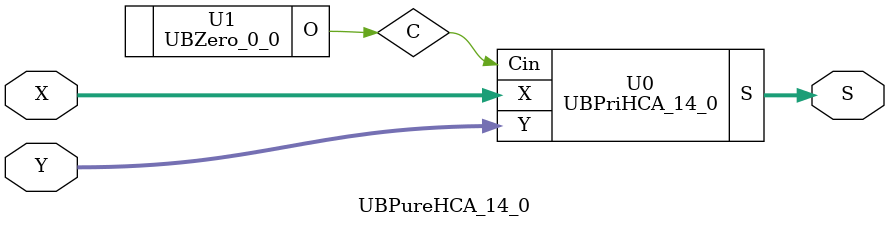
<source format=v>
/*----------------------------------------------------------------------------
  Copyright (c) 2021 Homma laboratory. All rights reserved.

  Top module: UBHCA_14_0_11_0

  Operand-1 length: 15
  Operand-2 length: 12
  Two-operand addition algorithm: Han-Carlson adder
----------------------------------------------------------------------------*/

module UB1DCON_0(O, I);
  output O;
  input I;
  assign O = I;
endmodule

module UB1DCON_1(O, I);
  output O;
  input I;
  assign O = I;
endmodule

module UB1DCON_2(O, I);
  output O;
  input I;
  assign O = I;
endmodule

module UB1DCON_3(O, I);
  output O;
  input I;
  assign O = I;
endmodule

module UB1DCON_4(O, I);
  output O;
  input I;
  assign O = I;
endmodule

module UB1DCON_5(O, I);
  output O;
  input I;
  assign O = I;
endmodule

module UB1DCON_6(O, I);
  output O;
  input I;
  assign O = I;
endmodule

module UB1DCON_7(O, I);
  output O;
  input I;
  assign O = I;
endmodule

module UB1DCON_8(O, I);
  output O;
  input I;
  assign O = I;
endmodule

module UB1DCON_9(O, I);
  output O;
  input I;
  assign O = I;
endmodule

module UB1DCON_10(O, I);
  output O;
  input I;
  assign O = I;
endmodule

module UB1DCON_11(O, I);
  output O;
  input I;
  assign O = I;
endmodule

module UBZero_14_12(O);
  output [14:12] O;
  assign O[12] = 0;
  assign O[13] = 0;
  assign O[14] = 0;
endmodule

module GPGenerator(Go, Po, A, B);
  output Go;
  output Po;
  input A;
  input B;
  assign Go = A & B;
  assign Po = A ^ B;
endmodule

module CarryOperator(Go, Po, Gi1, Pi1, Gi2, Pi2);
  output Go;
  output Po;
  input Gi1;
  input Gi2;
  input Pi1;
  input Pi2;
  assign Go = Gi1 | ( Gi2 & Pi1 );
  assign Po = Pi1 & Pi2;
endmodule

module UBPriHCA_14_0(S, X, Y, Cin);
  output [15:0] S;
  input Cin;
  input [14:0] X;
  input [14:0] Y;
  wire [14:0] G0;
  wire [14:0] G1;
  wire [14:0] G2;
  wire [14:0] G3;
  wire [14:0] G4;
  wire [14:0] G5;
  wire [14:0] P0;
  wire [14:0] P1;
  wire [14:0] P2;
  wire [14:0] P3;
  wire [14:0] P4;
  wire [14:0] P5;
  assign P1[0] = P0[0];
  assign G1[0] = G0[0];
  assign P1[2] = P0[2];
  assign G1[2] = G0[2];
  assign P1[4] = P0[4];
  assign G1[4] = G0[4];
  assign P1[6] = P0[6];
  assign G1[6] = G0[6];
  assign P1[8] = P0[8];
  assign G1[8] = G0[8];
  assign P1[10] = P0[10];
  assign G1[10] = G0[10];
  assign P1[12] = P0[12];
  assign G1[12] = G0[12];
  assign P1[14] = P0[14];
  assign G1[14] = G0[14];
  assign P2[0] = P1[0];
  assign G2[0] = G1[0];
  assign P2[1] = P1[1];
  assign G2[1] = G1[1];
  assign P2[2] = P1[2];
  assign G2[2] = G1[2];
  assign P2[4] = P1[4];
  assign G2[4] = G1[4];
  assign P2[6] = P1[6];
  assign G2[6] = G1[6];
  assign P2[8] = P1[8];
  assign G2[8] = G1[8];
  assign P2[10] = P1[10];
  assign G2[10] = G1[10];
  assign P2[12] = P1[12];
  assign G2[12] = G1[12];
  assign P2[14] = P1[14];
  assign G2[14] = G1[14];
  assign P3[0] = P2[0];
  assign G3[0] = G2[0];
  assign P3[1] = P2[1];
  assign G3[1] = G2[1];
  assign P3[2] = P2[2];
  assign G3[2] = G2[2];
  assign P3[3] = P2[3];
  assign G3[3] = G2[3];
  assign P3[4] = P2[4];
  assign G3[4] = G2[4];
  assign P3[6] = P2[6];
  assign G3[6] = G2[6];
  assign P3[8] = P2[8];
  assign G3[8] = G2[8];
  assign P3[10] = P2[10];
  assign G3[10] = G2[10];
  assign P3[12] = P2[12];
  assign G3[12] = G2[12];
  assign P3[14] = P2[14];
  assign G3[14] = G2[14];
  assign P4[0] = P3[0];
  assign G4[0] = G3[0];
  assign P4[1] = P3[1];
  assign G4[1] = G3[1];
  assign P4[2] = P3[2];
  assign G4[2] = G3[2];
  assign P4[3] = P3[3];
  assign G4[3] = G3[3];
  assign P4[4] = P3[4];
  assign G4[4] = G3[4];
  assign P4[5] = P3[5];
  assign G4[5] = G3[5];
  assign P4[6] = P3[6];
  assign G4[6] = G3[6];
  assign P4[7] = P3[7];
  assign G4[7] = G3[7];
  assign P4[8] = P3[8];
  assign G4[8] = G3[8];
  assign P4[10] = P3[10];
  assign G4[10] = G3[10];
  assign P4[12] = P3[12];
  assign G4[12] = G3[12];
  assign P4[14] = P3[14];
  assign G4[14] = G3[14];
  assign P5[0] = P4[0];
  assign G5[0] = G4[0];
  assign P5[1] = P4[1];
  assign G5[1] = G4[1];
  assign P5[3] = P4[3];
  assign G5[3] = G4[3];
  assign P5[5] = P4[5];
  assign G5[5] = G4[5];
  assign P5[7] = P4[7];
  assign G5[7] = G4[7];
  assign P5[9] = P4[9];
  assign G5[9] = G4[9];
  assign P5[11] = P4[11];
  assign G5[11] = G4[11];
  assign P5[13] = P4[13];
  assign G5[13] = G4[13];
  assign S[0] = Cin ^ P0[0];
  assign S[1] = ( G5[0] | ( P5[0] & Cin ) ) ^ P0[1];
  assign S[2] = ( G5[1] | ( P5[1] & Cin ) ) ^ P0[2];
  assign S[3] = ( G5[2] | ( P5[2] & Cin ) ) ^ P0[3];
  assign S[4] = ( G5[3] | ( P5[3] & Cin ) ) ^ P0[4];
  assign S[5] = ( G5[4] | ( P5[4] & Cin ) ) ^ P0[5];
  assign S[6] = ( G5[5] | ( P5[5] & Cin ) ) ^ P0[6];
  assign S[7] = ( G5[6] | ( P5[6] & Cin ) ) ^ P0[7];
  assign S[8] = ( G5[7] | ( P5[7] & Cin ) ) ^ P0[8];
  assign S[9] = ( G5[8] | ( P5[8] & Cin ) ) ^ P0[9];
  assign S[10] = ( G5[9] | ( P5[9] & Cin ) ) ^ P0[10];
  assign S[11] = ( G5[10] | ( P5[10] & Cin ) ) ^ P0[11];
  assign S[12] = ( G5[11] | ( P5[11] & Cin ) ) ^ P0[12];
  assign S[13] = ( G5[12] | ( P5[12] & Cin ) ) ^ P0[13];
  assign S[14] = ( G5[13] | ( P5[13] & Cin ) ) ^ P0[14];
  assign S[15] = G5[14] | ( P5[14] & Cin );
  GPGenerator U0 (G0[0], P0[0], X[0], Y[0]);
  GPGenerator U1 (G0[1], P0[1], X[1], Y[1]);
  GPGenerator U2 (G0[2], P0[2], X[2], Y[2]);
  GPGenerator U3 (G0[3], P0[3], X[3], Y[3]);
  GPGenerator U4 (G0[4], P0[4], X[4], Y[4]);
  GPGenerator U5 (G0[5], P0[5], X[5], Y[5]);
  GPGenerator U6 (G0[6], P0[6], X[6], Y[6]);
  GPGenerator U7 (G0[7], P0[7], X[7], Y[7]);
  GPGenerator U8 (G0[8], P0[8], X[8], Y[8]);
  GPGenerator U9 (G0[9], P0[9], X[9], Y[9]);
  GPGenerator U10 (G0[10], P0[10], X[10], Y[10]);
  GPGenerator U11 (G0[11], P0[11], X[11], Y[11]);
  GPGenerator U12 (G0[12], P0[12], X[12], Y[12]);
  GPGenerator U13 (G0[13], P0[13], X[13], Y[13]);
  GPGenerator U14 (G0[14], P0[14], X[14], Y[14]);
  CarryOperator U15 (G1[1], P1[1], G0[1], P0[1], G0[0], P0[0]);
  CarryOperator U16 (G1[3], P1[3], G0[3], P0[3], G0[2], P0[2]);
  CarryOperator U17 (G1[5], P1[5], G0[5], P0[5], G0[4], P0[4]);
  CarryOperator U18 (G1[7], P1[7], G0[7], P0[7], G0[6], P0[6]);
  CarryOperator U19 (G1[9], P1[9], G0[9], P0[9], G0[8], P0[8]);
  CarryOperator U20 (G1[11], P1[11], G0[11], P0[11], G0[10], P0[10]);
  CarryOperator U21 (G1[13], P1[13], G0[13], P0[13], G0[12], P0[12]);
  CarryOperator U22 (G2[3], P2[3], G1[3], P1[3], G1[1], P1[1]);
  CarryOperator U23 (G2[5], P2[5], G1[5], P1[5], G1[3], P1[3]);
  CarryOperator U24 (G2[7], P2[7], G1[7], P1[7], G1[5], P1[5]);
  CarryOperator U25 (G2[9], P2[9], G1[9], P1[9], G1[7], P1[7]);
  CarryOperator U26 (G2[11], P2[11], G1[11], P1[11], G1[9], P1[9]);
  CarryOperator U27 (G2[13], P2[13], G1[13], P1[13], G1[11], P1[11]);
  CarryOperator U28 (G3[5], P3[5], G2[5], P2[5], G2[1], P2[1]);
  CarryOperator U29 (G3[7], P3[7], G2[7], P2[7], G2[3], P2[3]);
  CarryOperator U30 (G3[9], P3[9], G2[9], P2[9], G2[5], P2[5]);
  CarryOperator U31 (G3[11], P3[11], G2[11], P2[11], G2[7], P2[7]);
  CarryOperator U32 (G3[13], P3[13], G2[13], P2[13], G2[9], P2[9]);
  CarryOperator U33 (G4[9], P4[9], G3[9], P3[9], G3[1], P3[1]);
  CarryOperator U34 (G4[11], P4[11], G3[11], P3[11], G3[3], P3[3]);
  CarryOperator U35 (G4[13], P4[13], G3[13], P3[13], G3[5], P3[5]);
  CarryOperator U36 (G5[2], P5[2], G4[2], P4[2], G4[1], P4[1]);
  CarryOperator U37 (G5[4], P5[4], G4[4], P4[4], G4[3], P4[3]);
  CarryOperator U38 (G5[6], P5[6], G4[6], P4[6], G4[5], P4[5]);
  CarryOperator U39 (G5[8], P5[8], G4[8], P4[8], G4[7], P4[7]);
  CarryOperator U40 (G5[10], P5[10], G4[10], P4[10], G4[9], P4[9]);
  CarryOperator U41 (G5[12], P5[12], G4[12], P4[12], G4[11], P4[11]);
  CarryOperator U42 (G5[14], P5[14], G4[14], P4[14], G4[13], P4[13]);
endmodule

module UBZero_0_0(O);
  output [0:0] O;
  assign O[0] = 0;
endmodule

module UBCON_11_0 (O, I);
  output [11:0] O;
  input [11:0] I;
  UB1DCON_0 U0 (O[0], I[0]);
  UB1DCON_1 U1 (O[1], I[1]);
  UB1DCON_2 U2 (O[2], I[2]);
  UB1DCON_3 U3 (O[3], I[3]);
  UB1DCON_4 U4 (O[4], I[4]);
  UB1DCON_5 U5 (O[5], I[5]);
  UB1DCON_6 U6 (O[6], I[6]);
  UB1DCON_7 U7 (O[7], I[7]);
  UB1DCON_8 U8 (O[8], I[8]);
  UB1DCON_9 U9 (O[9], I[9]);
  UB1DCON_10 U10 (O[10], I[10]);
  UB1DCON_11 U11 (O[11], I[11]);
endmodule

module UBExtender_11_0_1000 (O, I);
  output [14:0] O;
  input [11:0] I;
  UBCON_11_0 U0 (O[11:0], I[11:0]);
  UBZero_14_12 U1 (O[14:12]);
endmodule

module UBHCA_14_0_11_0 (S, X, Y);
  output [15:0] S;
  input [14:0] X;
  input [11:0] Y;
  wire [14:0] Z;
  UBExtender_11_0_1000 U0 (Z[14:0], Y[11:0]);
  UBPureHCA_14_0 U1 (S[15:0], X[14:0], Z[14:0]);
endmodule

module UBPureHCA_14_0 (S, X, Y);
  output [15:0] S;
  input [14:0] X;
  input [14:0] Y;
  wire C;
  UBPriHCA_14_0 U0 (S, X, Y, C);
  UBZero_0_0 U1 (C);
endmodule


</source>
